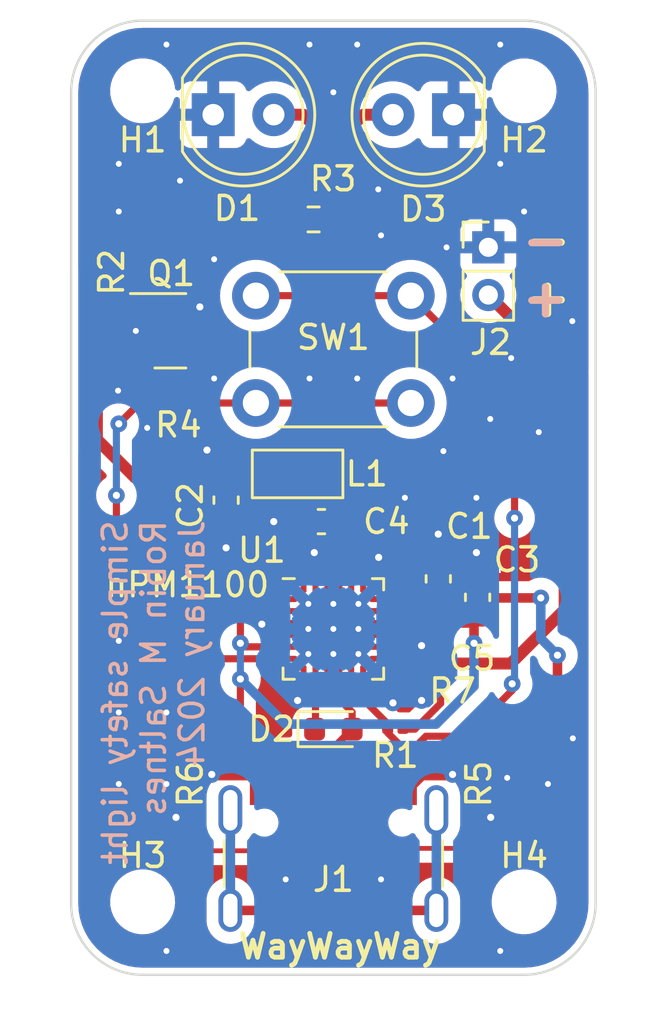
<source format=kicad_pcb>
(kicad_pcb (version 20221018) (generator pcbnew)
  (layers (0 "F.Cu" signal) (31 "B.Cu" power) (34 "B.Paste" user) (35 "F.Paste" user) (36 "B.SilkS" user "B.Silkscreen") (37 "F.SilkS" user "F.Silkscreen") (38 "B.Mask" user) (39 "F.Mask" user) (44 "Edge.Cuts" user))
  (net 0 "")
  (net 1 "GND")
  (net 2 "/VBUS")
  (net 3 "/VOUTB")
  (net 4 "/VSYS")
  (net 5 "/SGNL_DEC")
  (net 6 "/VBAT")
  (net 7 "/V_LED+")
  (net 8 "/V_CHG")
  (net 9 "/S_CC1")
  (net 13 "/S_CC2")
  (net 17 "unconnected-(J1-SHIELD-PadS1)")
  (net 18 "/SW")
  (net 19 "/S_QBASE")
  (net 20 "/SHPACT")
  (net 21 "/SHPHLD")
  (net 22 "/SGNL_NTC")
  (footprint "Resistor_SMD:R_0201_0603Metric" (layer "F.Cu") (at 163.8 114.7 90)
    (fp_text reference "R5" (at 1.7 0.3 90) (layer "F.SilkS"))
    (fp_text value "5k1, 0.05 W, ±1%")
    (pad "1" smd roundrect (at -0.32 0 90) (size 0.46 0.4) (layers "F.Cu" "F.Mask") (net 13 "/S_CC2"))
    (pad "2" smd roundrect (at 0.32 0 90) (size 0.46 0.4) (layers "F.Cu" "F.Mask") (net 1 "GND"))
  )
  (footprint "Package_DFN_QFN:QFN-24-1EP_4x4mm_P0.5mm_EP2.6x2.6mm_ThermalVias" (layer "F.Cu") (at 158 106.5)
    (fp_text reference "U1" (at -3 -3.3) (layer "F.SilkS"))
    (fp_text value "nPM1100-QDXX")
    (fp_line (start -2.11 2.11) (end -2.11 1.635) (stroke (width 0.12)) (layer "F.SilkS"))
    (fp_line (start -1.635 -2.11) (end -2.11 -2.11) (stroke (width 0.12)) (layer "F.SilkS"))
    (fp_line (start -1.635 2.11) (end -2.11 2.11) (stroke (width 0.12)) (layer "F.SilkS"))
    (fp_line (start 1.635 -2.11) (end 2.11 -2.11) (stroke (width 0.12)) (layer "F.SilkS"))
    (fp_line (start 1.635 2.11) (end 2.11 2.11) (stroke (width 0.12)) (layer "F.SilkS"))
    (fp_line (start 2.11 -2.11) (end 2.11 -1.635) (stroke (width 0.12)) (layer "F.SilkS"))
    (fp_line (start 2.11 2.11) (end 2.11 1.635) (stroke (width 0.12)) (layer "F.SilkS"))
    (pad "1" smd roundrect (at -1.9375 -1.25) (size 0.825 0.25) (layers "F.Cu" "F.Paste" "F.Mask") (net 3 "/VOUTB"))
    (pad "2" smd roundrect (at -1.9375 -0.75) (size 0.825 0.25) (layers "F.Cu" "F.Paste" "F.Mask") (net 4 "/VSYS"))
    (pad "3" smd roundrect (at -1.9375 -0.25) (size 0.825 0.25) (layers "F.Cu" "F.Paste" "F.Mask") (net 1 "GND"))
    (pad "4" smd roundrect (at -1.9375 0.25) (size 0.825 0.25) (layers "F.Cu" "F.Paste" "F.Mask"))
    (pad "5" smd roundrect (at -1.9375 0.75) (size 0.825 0.25) (layers "F.Cu" "F.Paste" "F.Mask") (net 4 "/VSYS"))
    (pad "6" smd roundrect (at -1.9375 1.25) (size 0.825 0.25) (layers "F.Cu" "F.Paste" "F.Mask") (net 20 "/SHPACT"))
    (pad "7" smd roundrect (at -1.25 1.9375) (size 0.25 0.825) (layers "F.Cu" "F.Paste" "F.Mask") (net 1 "GND"))
    (pad "8" smd roundrect (at -0.75 1.9375) (size 0.25 0.825) (layers "F.Cu" "F.Paste" "F.Mask") (net 8 "/V_CHG"))
    (pad "9" smd roundrect (at -0.25 1.9375) (size 0.25 0.825) (layers "F.Cu" "F.Paste" "F.Mask") (net 4 "/VSYS"))
    (pad "10" smd roundrect (at 0.25 1.9375) (size 0.25 0.825) (layers "F.Cu" "F.Paste" "F.Mask"))
    (pad "11" smd roundrect (at 0.75 1.9375) (size 0.25 0.825) (layers "F.Cu" "F.Paste" "F.Mask") (net 21 "/SHPHLD"))
    (pad "12" smd roundrect (at 1.25 1.9375) (size 0.25 0.825) (layers "F.Cu" "F.Paste" "F.Mask") (net 1 "GND"))
    (pad "13" smd roundrect (at 1.9375 1.25) (size 0.825 0.25) (layers "F.Cu" "F.Paste" "F.Mask"))
    (pad "14" smd roundrect (at 1.9375 0.75) (size 0.825 0.25) (layers "F.Cu" "F.Paste" "F.Mask") (net 22 "/SGNL_NTC"))
    (pad "15" smd roundrect (at 1.9375 0.25) (size 0.825 0.25) (layers "F.Cu" "F.Paste" "F.Mask") (net 6 "/VBAT"))
    (pad "16" smd roundrect (at 1.9375 -0.25) (size 0.825 0.25) (layers "F.Cu" "F.Paste" "F.Mask") (net 4 "/VSYS"))
    (pad "17" smd roundrect (at 1.9375 -0.75) (size 0.825 0.25) (layers "F.Cu" "F.Paste" "F.Mask") (net 2 "/VBUS"))
    (pad "18" smd roundrect (at 1.9375 -1.25) (size 0.825 0.25) (layers "F.Cu" "F.Paste" "F.Mask"))
    (pad "19" smd roundrect (at 1.25 -1.9375) (size 0.25 0.825) (layers "F.Cu" "F.Paste" "F.Mask") (net 1 "GND"))
    (pad "20" smd roundrect (at 0.75 -1.9375) (size 0.25 0.825) (layers "F.Cu" "F.Paste" "F.Mask"))
    (pad "21" smd roundrect (at 0.25 -1.9375) (size 0.25 0.825) (layers "F.Cu" "F.Paste" "F.Mask") (net 5 "/SGNL_DEC"))
    (pad "22" smd roundrect (at -0.25 -1.9375) (size 0.25 0.825) (layers "F.Cu" "F.Paste" "F.Mask") (net 18 "/SW"))
    (pad "23" smd roundrect (at -0.75 -1.9375) (size 0.25 0.825) (layers "F.Cu" "F.Paste" "F.Mask") (net 1 "GND"))
    (pad "24" smd roundrect (at -1.25 -1.9375) (size 0.25 0.825) (layers "F.Cu" "F.Paste" "F.Mask"))
    (pad "25" thru_hole circle (at -1.05 -1.05) (size 0.55 0.55) (drill 0.25) (layers "*.Cu") (net 1 "GND"))
    (pad "25" thru_hole circle (at -1.05 0) (size 0.55 0.55) (drill 0.25) (layers "*.Cu") (net 1 "GND"))
    (pad "25" thru_hole circle (at -1.05 1.05) (size 0.55 0.55) (drill 0.25) (layers "*.Cu") (net 1 "GND"))
    (pad "25" thru_hole circle (at 0 -1.05) (size 0.55 0.55) (drill 0.25) (layers "*.Cu") (net 1 "GND"))
    (pad "25" thru_hole circle (at 0 0) (size 0.55 0.55) (drill 0.25) (layers "*.Cu") (net 1 "GND"))
    (pad "25" smd rect (at 0 0) (size 2.6 2.6) (layers "F.Cu" "F.Mask") (net 1 "GND"))
    (pad "25" smd rect (at 0 0) (size 2.6 2.6) (layers "B.Cu") (net 1 "GND"))
    (pad "25" thru_hole circle (at 0 1.05) (size 0.55 0.55) (drill 0.25) (layers "*.Cu") (net 1 "GND"))
    (pad "25" thru_hole circle (at 1.05 -1.05) (size 0.55 0.55) (drill 0.25) (layers "*.Cu") (net 1 "GND"))
    (pad "25" thru_hole circle (at 1.05 0) (size 0.55 0.55) (drill 0.25) (layers "*.Cu") (net 1 "GND"))
    (pad "25" thru_hole circle (at 1.05 1.05) (size 0.55 0.55) (drill 0.25) (layers "*.Cu") (net 1 "GND"))
  )
  (footprint "LED_SMD:LED_0603_1608Metric" (layer "F.Cu") (at 158 110.7)
    (fp_text reference "D2" (at -2.597597 0.005558) (layer "F.SilkS"))
    (fp_text value "CHG LED")
    (fp_line (start -1.485 -0.735) (end -1.485 0.735) (stroke (width 0.12)) (layer "F.SilkS"))
    (fp_line (start -1.485 0.735) (end 0.8 0.735) (stroke (width 0.12)) (layer "F.SilkS"))
    (fp_line (start 0.8 -0.735) (end -1.485 -0.735) (stroke (width 0.12)) (layer "F.SilkS"))
    (pad "1" smd roundrect (at -0.7875 0) (size 0.875 0.95) (layers "F.Cu" "F.Paste" "F.Mask") (net 8 "/V_CHG"))
    (pad "2" smd roundrect (at 0.7875 0) (size 0.875 0.95) (layers "F.Cu" "F.Paste" "F.Mask") (net 4 "/VSYS"))
  )
  (footprint "Fiducial:Fiducial_0.75mm_Mask1.5mm" (layer "F.Cu") (at 148.6 114.3)
    (fp_text reference "FID2" hide)
    (fp_text value "Fiducial")
    (pad "" smd circle (at 0 0) (size 0.75 0.75) (layers "F.Cu" "F.Mask") (clearance 0.375))
  )
  (footprint "Capacitor_SMD:C_0603_1608Metric" (layer "F.Cu") (at 157.5 102 180)
    (fp_text reference "C4" (at -2.725 0) (layer "F.SilkS"))
    (fp_text value "10u, 6.3 V, ±20%")
    (fp_line (start -0.14058 -0.51) (end 0.14058 -0.51) (stroke (width 0.12)) (layer "F.SilkS"))
    (fp_line (start -0.14058 0.51) (end 0.14058 0.51) (stroke (width 0.12)) (layer "F.SilkS"))
    (pad "1" smd roundrect (at -0.775 0 180) (size 0.9 0.95) (layers "F.Cu" "F.Paste" "F.Mask") (net 5 "/SGNL_DEC"))
    (pad "2" smd roundrect (at 0.775 0 180) (size 0.9 0.95) (layers "F.Cu" "F.Paste" "F.Mask") (net 1 "GND"))
  )
  (footprint "LED_THT:LED_D5.0mm" (layer "F.Cu") (at 152.96 84.94)
    (fp_text reference "D1" (at 1 3.93) (layer "F.SilkS"))
    (fp_text value "POWER LED")
    (fp_line (start -1.29 -1.545) (end -1.29 1.545) (stroke (width 0.12)) (layer "F.SilkS"))
    (fp_arc (start -1.29 -1.54483) (mid 2.072002 -2.880433) (end 4.26 0.000462) (stroke (width 0.12)) (layer "F.SilkS"))
    (fp_arc (start 4.26 -0.000462) (mid 2.072002 2.880433) (end -1.29 1.54483) (stroke (width 0.12)) (layer "F.SilkS"))
    (fp_circle (center 1.27 0) (end 3.77 0) (stroke (width 0.12)) (fill none) (layer "F.SilkS"))
    (pad "1" thru_hole rect locked (at 0 0) (size 1.8 1.8) (drill 0.9) (layers "*.Cu" "*.Mask") (net 1 "GND"))
    (pad "2" thru_hole circle locked (at 2.54 0) (size 1.8 1.8) (drill 0.9) (layers "*.Cu" "*.Mask") (net 7 "/V_LED+"))
  )
  (footprint "MountingHole:MountingHole_2.2mm_M2" (layer "F.Cu") (at 166 83.94)
    (fp_text reference "H2" (at 0 2.06) (layer "F.SilkS"))
    (fp_text value "MountingHole")
    (pad "" np_thru_hole circle locked (at 0 0) (size 2.2 2.2) (drill 2.2) (layers "*.Cu" "*.Mask"))
  )
  (footprint "Button_Switch_THT:SW_PUSH_6mm" (layer "F.Cu") (at 154.75 92.528)
    (fp_text reference "SW1" (at 3.25 1.75) (layer "F.SilkS"))
    (fp_text value "SW_Push")
    (fp_line (start -0.25 1.5) (end -0.25 3) (stroke (width 0.12)) (layer "F.SilkS"))
    (fp_line (start 1 5.5) (end 5.5 5.5) (stroke (width 0.12)) (layer "F.SilkS"))
    (fp_line (start 5.5 -1) (end 1 -1) (stroke (width 0.12)) (layer "F.SilkS"))
    (fp_line (start 6.75 3) (end 6.75 1.5) (stroke (width 0.12)) (layer "F.SilkS"))
    (pad "1" thru_hole circle (at 0 0 90) (size 2 2) (drill 1.1) (layers "*.Cu" "*.Mask") (net 21 "/SHPHLD"))
    (pad "1" thru_hole circle (at 6.5 0 90) (size 2 2) (drill 1.1) (layers "*.Cu" "*.Mask") (net 21 "/SHPHLD"))
    (pad "2" thru_hole circle (at 0 4.5 90) (size 2 2) (drill 1.1) (layers "*.Cu" "*.Mask") (net 20 "/SHPACT"))
    (pad "2" thru_hole circle (at 6.5 4.5 90) (size 2 2) (drill 1.1) (layers "*.Cu" "*.Mask") (net 20 "/SHPACT"))
  )
  (footprint "Capacitor_SMD:C_0603_1608Metric" (layer "F.Cu") (at 162.4 104.4 90)
    (fp_text reference "C1" (at 2.2 1.3) (layer "F.SilkS"))
    (fp_text value "2u2, 25 V, ±20%")
    (fp_line (start -0.14058 -0.51) (end 0.14058 -0.51) (stroke (width 0.12)) (layer "F.SilkS"))
    (fp_line (start -0.14058 0.51) (end 0.14058 0.51) (stroke (width 0.12)) (layer "F.SilkS"))
    (pad "1" smd roundrect (at -0.775 0 90) (size 0.9 0.95) (layers "F.Cu" "F.Paste" "F.Mask") (net 2 "/VBUS"))
    (pad "2" smd roundrect (at 0.775 0 90) (size 0.9 0.95) (layers "F.Cu" "F.Paste" "F.Mask") (net 1 "GND"))
  )
  (footprint "MountingHole:MountingHole_2.2mm_M2" (layer "F.Cu") (at 150 117.94)
    (fp_text reference "H3" (at 0 -1.94) (layer "F.SilkS"))
    (fp_text value "MountingHole")
    (pad "" np_thru_hole circle locked (at 0 0) (size 2.2 2.2) (drill 2.2) (layers "*.Cu" "*.Mask"))
  )
  (footprint "Resistor_SMD:R_0603_1608Metric" (layer "F.Cu") (at 157.170572 89.330665)
    (fp_text reference "R3" (at 0.817428 -1.700665) (layer "F.SilkS"))
    (fp_text value "22, 0.1 W, ±1%")
    (fp_line (start -0.237258 -0.5225) (end 0.237258 -0.5225) (stroke (width 0.12)) (layer "F.SilkS"))
    (fp_line (start -0.237258 0.5225) (end 0.237258 0.5225) (stroke (width 0.12)) (layer "F.SilkS"))
    (pad "1" smd roundrect (at -0.825 0) (size 0.8 0.95) (layers "F.Cu" "F.Paste" "F.Mask") (net 3 "/VOUTB"))
    (pad "2" smd roundrect (at 0.825 0) (size 0.8 0.95) (layers "F.Cu" "F.Paste" "F.Mask") (net 7 "/V_LED+"))
  )
  (footprint "Connector_USB:USB_C_Receptacle_G-Switch_GT-USB-7010ASV" (layer "F.Cu") (at 158 117.225)
    (fp_text reference "J1" (at 0 -0.225) (layer "F.SilkS"))
    (fp_text value "USB_C_Receptacle_USB2.0")
    (fp_line (start -4.58 -1.85) (end -4.58 0.07) (stroke (width 0.12)) (layer "F.SilkS"))
    (fp_line (start 4.58 0.07) (end 4.58 -1.85) (stroke (width 0.12)) (layer "F.SilkS"))
    (pad "" np_thru_hole circle (at -2.89 -2.605) (size 0.65 0.65) (drill 0.65) (layers "*.Cu" "*.Mask"))
    (pad "" np_thru_hole circle (at 2.89 -2.605) (size 0.65 0.65) (drill 0.65) (layers "*.Cu" "*.Mask"))
    (pad "A1" smd rect (at -3.2 -3.845) (size 0.6 1) (layers "F.Cu" "F.Paste" "F.Mask") (net 1 "GND"))
    (pad "A4" smd rect (at -2.4 -3.845) (size 0.6 1) (layers "F.Cu" "F.Paste" "F.Mask") (net 2 "/VBUS"))
    (pad "A5" smd rect (at -1.25 -3.725) (size 0.3 1.24) (layers "F.Cu" "F.Paste" "F.Mask") (net 9 "/S_CC1"))
    (pad "A6" smd rect (at -0.25 -3.725) (size 0.3 1.24) (layers "F.Cu" "F.Paste" "F.Mask"))
    (pad "A7" smd rect (at 0.25 -3.725) (size 0.3 1.24) (layers "F.Cu" "F.Paste" "F.Mask"))
    (pad "A8" smd rect (at 1.25 -3.725) (size 0.3 1.24) (layers "F.Cu" "F.Paste" "F.Mask"))
    (pad "A9" smd rect (at 2.4 -3.845) (size 0.6 1) (layers "F.Cu" "F.Paste" "F.Mask") (net 2 "/VBUS"))
    (pad "A12" smd rect (at 3.2 -3.845) (size 0.6 1) (layers "F.Cu" "F.Paste" "F.Mask") (net 1 "GND"))
    (pad "B1" smd rect (at 3.2 -3.845) (size 0.6 1) (layers "F.Cu" "F.Paste" "F.Mask") (net 1 "GND"))
    (pad "B4" smd rect (at 2.4 -3.845) (size 0.6 1) (layers "F.Cu" "F.Paste" "F.Mask") (net 2 "/VBUS"))
    (pad "B5" smd rect (at 1.75 -3.725) (size 0.3 1.24) (layers "F.Cu" "F.Paste" "F.Mask") (net 13 "/S_CC2"))
    (pad "B6" smd rect (at 0.75 -3.725) (size 0.3 1.24) (layers "F.Cu" "F.Paste" "F.Mask"))
    (pad "B7" smd rect (at -0.75 -3.725) (size 0.3 1.24) (layers "F.Cu" "F.Paste" "F.Mask"))
    (pad "B8" smd rect (at -1.75 -3.725) (size 0.3 1.24) (layers "F.Cu" "F.Paste" "F.Mask"))
    (pad "B9" smd rect (at -2.4 -3.845) (size 0.6 1) (layers "F.Cu" "F.Paste" "F.Mask") (net 2 "/VBUS"))
    (pad "B12" smd rect (at -3.2 -3.845) (size 0.6 1) (layers "F.Cu" "F.Paste" "F.Mask") (net 1 "GND"))
    (pad "S1" thru_hole oval (at -4.32 -3.125) (size 1 2.1) (drill oval 0.6 1.7) (layers "*.Cu" "*.Mask") (net 17 "unconnected-(J1-SHIELD-PadS1)"))
    (pad "S1" thru_hole oval (at -4.32 1.075) (size 1 1.8) (drill oval 0.6 1.4) (layers "*.Cu" "*.Mask") (net 17 "unconnected-(J1-SHIELD-PadS1)"))
    (pad "S1" thru_hole oval (at 4.32 -3.125) (size 1 2.1) (drill oval 0.6 1.7) (layers "*.Cu" "*.Mask") (net 17 "unconnected-(J1-SHIELD-PadS1)"))
    (pad "S1" thru_hole oval (at 4.32 1.075) (size 1 1.8) (drill oval 0.6 1.4) (layers "*.Cu" "*.Mask") (net 17 "unconnected-(J1-SHIELD-PadS1)"))
  )
  (footprint "Resistor_SMD:R_0201_0603Metric" (layer "F.Cu") (at 160.6 110.7 180)
    (fp_text reference "R1" (at 0 -1.1) (layer "F.SilkS"))
    (fp_text value "100k, 0.05 W, ±1%")
    (pad "1" smd roundrect (at -0.32 0 180) (size 0.46 0.4) (layers "F.Cu" "F.Mask") (net 6 "/VBAT"))
    (pad "2" smd roundrect (at 0.32 0 180) (size 0.46 0.4) (layers "F.Cu" "F.Mask") (net 21 "/SHPHLD"))
  )
  (footprint "Fiducial:Fiducial_0.75mm_Mask1.5mm" (layer "F.Cu") (at 167.3 88.1)
    (fp_text reference "FID3" hide)
    (fp_text value "Fiducial")
    (pad "" smd circle (at 0 0) (size 0.75 0.75) (layers "F.Cu" "F.Mask") (clearance 0.375))
  )
  (footprint "Resistor_SMD:R_0201_0603Metric" (layer "F.Cu") (at 161.4 108.7 180)
    (fp_text reference "R7" (at -1.6 -0.4) (layer "F.SilkS"))
    (fp_text value "10k, 0.05 W, ±1%")
    (pad "1" smd roundrect (at -0.32 0 180) (size 0.46 0.4) (layers "F.Cu" "F.Mask") (net 1 "GND"))
    (pad "2" smd roundrect (at 0.32 0 180) (size 0.46 0.4) (layers "F.Cu" "F.Mask") (net 22 "/SGNL_NTC"))
  )
  (footprint "MountingHole:MountingHole_2.2mm_M2" (layer "F.Cu") (at 166 117.94)
    (fp_text reference "H4" (at 0 -1.94) (layer "F.SilkS"))
    (fp_text value "MountingHole")
    (pad "" np_thru_hole circle locked (at 0 0) (size 2.2 2.2) (drill 2.2) (layers "*.Cu" "*.Mask"))
  )
  (footprint "Capacitor_SMD:C_0603_1608Metric" (layer "F.Cu") (at 153.5 101.1 -90)
    (fp_text reference "C2" (at 0.225 1.5 90) (layer "F.SilkS"))
    (fp_text value "10u, 6.3 V, ±20%")
    (fp_line (start -0.14058 -0.51) (end 0.14058 -0.51) (stroke (width 0.12)) (layer "F.SilkS"))
    (fp_line (start -0.14058 0.51) (end 0.14058 0.51) (stroke (width 0.12)) (layer "F.SilkS"))
    (pad "1" smd roundrect (at -0.775 0 270) (size 0.9 0.95) (layers "F.Cu" "F.Paste" "F.Mask") (net 3 "/VOUTB"))
    (pad "2" smd roundrect (at 0.775 0 270) (size 0.9 0.95) (layers "F.Cu" "F.Paste" "F.Mask") (net 1 "GND"))
  )
  (footprint "LED_THT:LED_D5.0mm" (layer "F.Cu") (at 163.04 84.94 180)
    (fp_text reference "D3" (at 1.27 -3.96) (layer "F.SilkS"))
    (fp_text value "POWER LED")
    (fp_line (start -1.29 -1.545) (end -1.29 1.545) (stroke (width 0.12)) (layer "F.SilkS"))
    (fp_arc (start -1.29 -1.54483) (mid 2.072002 -2.880433) (end 4.26 0.000462) (stroke (width 0.12)) (layer "F.SilkS"))
    (fp_arc (start 4.26 -0.000462) (mid 2.072002 2.880433) (end -1.29 1.54483) (stroke (width 0.12)) (layer "F.SilkS"))
    (fp_circle (center 1.27 0) (end 3.77 0) (stroke (width 0.12)) (fill none) (layer "F.SilkS"))
    (pad "1" thru_hole rect locked (at 0 0 180) (size 1.8 1.8) (drill 0.9) (layers "*.Cu" "*.Mask") (net 1 "GND"))
    (pad "2" thru_hole circle locked (at 2.54 0 180) (size 1.8 1.8) (drill 0.9) (layers "*.Cu" "*.Mask") (net 7 "/V_LED+"))
  )
  (footprint "Connector_PinHeader_2.00mm:PinHeader_1x02_P2.00mm_Vertical" (layer "F.Cu") (at 164.5 90.5)
    (fp_text reference "J2" (at 0.092 3.988 180) (layer "F.SilkS"))
    (fp_text value "Battery_connector")
    (fp_line (start -1.06 -1.06) (end 0 -1.06) (stroke (width 0.12)) (layer "F.SilkS"))
    (fp_line (start -1.06 0) (end -1.06 -1.06) (stroke (width 0.12)) (layer "F.SilkS"))
    (fp_line (start -1.06 1) (end -1.06 3.06) (stroke (width 0.12)) (layer "F.SilkS"))
    (fp_line (start -1.06 1) (end 1.06 1) (stroke (width 0.12)) (layer "F.SilkS"))
    (fp_line (start -1.06 3.06) (end 1.06 3.06) (stroke (width 0.12)) (layer "F.SilkS"))
    (fp_line (start 1.06 1) (end 1.06 3.06) (stroke (width 0.12)) (layer "F.SilkS"))
    (pad "1" thru_hole rect (at 0 0) (size 1.35 1.35) (drill 0.8) (layers "*.Cu" "*.Mask") (net 1 "GND"))
    (pad "2" thru_hole oval (at 0 2) (size 1.35 1.35) (drill 0.8) (layers "*.Cu" "*.Mask") (net 6 "/VBAT"))
  )
  (footprint "Package_TO_SOT_SMD:SOT-23" (layer "F.Cu") (at 151.1625 94)
    (fp_text reference "Q1" (at 0.0375 -2.4) (layer "F.SilkS"))
    (fp_text value "BC807")
    (fp_line (start 0 -1.56) (end -1.675 -1.56) (stroke (width 0.12)) (layer "F.SilkS"))
    (fp_line (start 0 -1.56) (end 0.65 -1.56) (stroke (width 0.12)) (layer "F.SilkS"))
    (fp_line (start 0 1.56) (end -0.65 1.56) (stroke (width 0.12)) (layer "F.SilkS"))
    (fp_line (start 0 1.56) (end 0.65 1.56) (stroke (width 0.12)) (layer "F.SilkS"))
    (pad "1" smd roundrect (at -0.9375 -0.95) (size 1.475 0.6) (layers "F.Cu" "F.Paste" "F.Mask") (net 19 "/S_QBASE"))
    (pad "2" smd roundrect (at -0.9375 0.95) (size 1.475 0.6) (layers "F.Cu" "F.Paste" "F.Mask") (net 20 "/SHPACT"))
    (pad "3" smd roundrect (at 0.9375 0) (size 1.475 0.6) (layers "F.Cu" "F.Paste" "F.Mask") (net 1 "GND"))
  )
  (footprint "Fiducial:Fiducial_0.75mm_Mask1.5mm" (layer "F.Cu") (at 167.4 114.3)
    (fp_text reference "FID1" hide)
    (fp_text value "Fiducial")
    (pad "" smd circle (at 0 0) (size 0.75 0.75) (layers "F.Cu" "F.Mask") (clearance 0.375))
  )
  (footprint "Resistor_SMD:R_0201_0603Metric" (layer "F.Cu") (at 152.2 114.7 90)
    (fp_text reference "R6" (at 1.7 -0.2 90) (layer "F.SilkS"))
    (fp_text value "5k1, 0.05 W, ±1%")
    (pad "1" smd roundrect (at -0.32 0 90) (size 0.46 0.4) (layers "F.Cu" "F.Mask") (net 9 "/S_CC1"))
    (pad "2" smd roundrect (at 0.32 0 90) (size 0.46 0.4) (layers "F.Cu" "F.Mask") (net 1 "GND"))
  )
  (footprint "Resistor_SMD:R_0201_0603Metric" (layer "F.Cu") (at 151.5 99)
    (fp_text reference "R4" (at 0 -1.05) (layer "F.SilkS"))
    (fp_text value "10k1, 0.05 W, ±1%")
    (pad "1" smd roundrect (at -0.32 0) (size 0.46 0.4) (layers "F.Cu" "F.Mask") (net 3 "/VOUTB"))
    (pad "2" smd roundrect (at 0.32 0) (size 0.46 0.4) (layers "F.Cu" "F.Mask") (net 1 "GND"))
  )
  (footprint "PCM_Inductor_SMD_AKL:L_0805_2012Metric" (layer "F.Cu") (at 156.5 100 180)
    (fp_text reference "L1" (at -2.9 0) (layer "F.SilkS"))
    (fp_text value "2u2" hide)
    (fp_line (start -1.9 -1) (end -1.9 1) (stroke (width 0.12)) (layer "F.SilkS"))
    (fp_line (start -1.9 1) (end 1.9 1) (stroke (width 0.12)) (layer "F.SilkS"))
    (fp_line (start 1.9 -1) (end -1.9 -1) (stroke (width 0.12)) (layer "F.SilkS"))
    (fp_line (start 1.9 1) (end 1.9 -1) (stroke (width 0.12)) (layer "F.SilkS"))
    (pad "1" smd roundrect (at -1.0625 0 180) (size 0.875 1.2) (layers "F.Cu" "F.Paste" "F.Mask") (net 18 "/SW"))
    (pad "2" smd roundrect (at 1.0625 0 180) (size 0.875 1.2) (layers "F.Cu" "F.Paste" "F.Mask") (net 3 "/VOUTB"))
  )
  (footprint "MountingHole:MountingHole_2.2mm_M2" (layer "F.Cu") (at 150 83.94)
    (fp_text reference "H1" (at 0 2.06) (layer "F.SilkS"))
    (fp_text value "MountingHole")
    (pad "" np_thru_hole circle locked (at 0 0) (size 2.2 2.2) (drill 2.2) (layers "*.Cu" "*.Mask"))
  )
  (footprint "Resistor_SMD:R_0201_0603Metric" (layer "F.Cu") (at 148.8 93.345 90)
    (fp_text reference "R2" (at 1.8 -0.1 90) (layer "F.SilkS"))
    (fp_text value "1k, 0.05 W, ±1%")
    (pad "1" smd roundrect (at -0.32 0 90) (size 0.46 0.4) (layers "F.Cu" "F.Mask") (net 3 "/VOUTB"))
    (pad "2" smd roundrect (at 0.32 0 90) (size 0.46 0.4) (layers "F.Cu" "F.Mask") (net 19 "/S_QBASE"))
  )
  (footprint "Capacitor_SMD:C_0201_0603Metric" (layer "F.Cu") (at 162.5 107.5 90)
    (fp_text reference "C5" (at -0.237762 1.316869 180) (layer "F.SilkS"))
    (fp_text value "1u, 10 V, ±20%")
    (pad "1" smd roundrect (at -0.32 0 90) (size 0.46 0.4) (layers "F.Cu" "F.Mask") (net 6 "/VBAT"))
    (pad "2" smd roundrect (at 0.32 0 90) (size 0.46 0.4) (layers "F.Cu" "F.Mask") (net 1 "GND"))
  )
  (footprint "Capacitor_SMD:C_0603_1608Metric" (layer "F.Cu") (at 164.04971 105.175 90)
    (fp_text reference "C3" (at 1.575 1.65029 180) (layer "F.SilkS"))
    (fp_text value "10u, 6.3 V, ±20%")
    (fp_line (start -0.14058 -0.51) (end 0.14058 -0.51) (stroke (width 0.12)) (layer "F.SilkS"))
    (fp_line (start -0.14058 0.51) (end 0.14058 0.51) (stroke (width 0.12)) (layer "F.SilkS"))
    (pad "1" smd roundrect (at -0.775 0 90) (size 0.9 0.95) (layers "F.Cu" "F.Paste" "F.Mask") (net 4 "/VSYS"))
    (pad "2" smd roundrect (at 0.775 0 90) (size 0.9 0.95) (layers "F.Cu" "F.Paste" "F.Mask") (net 1 "GND"))
  )
  (gr_line locked (start 169 118) (end 169 84) (stroke (width 0.1)) (layer "Edge.Cuts"))
  (gr_arc locked (start 166 81) (mid 168.12132 81.87868) (end 169 84) (stroke (width 0.1)) (layer "Edge.Cuts"))
  (gr_line locked (start 166 81) (end 150 81) (stroke (width 0.1)) (layer "Edge.Cuts"))
  (gr_arc locked (start 150 121) (mid 147.87868 120.12132) (end 147 118) (stroke (width 0.1)) (layer "Edge.Cuts"))
  (gr_arc locked (start 169 118) (mid 168.12132 120.12132) (end 166 121) (stroke (width 0.1)) (layer "Edge.Cuts"))
  (gr_line locked (start 147 84) (end 147 118) (stroke (width 0.1)) (layer "Edge.Cuts"))
  (gr_line locked (start 150 121) (end 166 121) (stroke (width 0.1)) (layer "Edge.Cuts"))
  (gr_arc locked (start 147 84) (mid 147.87868 81.87868) (end 150 81) (stroke (width 0.1)) (layer "Edge.Cuts"))
  (gr_text "Simple safety light\nRobin M Saltnes\nJanuary 2024" (at 152.654 101.854 90) (layer "B.SilkS") (effects (font (size 1 1)) (justify left bottom mirror)))
  (gr_text "-\n+" (at 168.019867 93.493332) (layer "B.SilkS") (effects (font (size 1.5 1.5) (thickness 0.3) bold) (justify left bottom mirror)))
  (gr_text "-\n+" (at 165.862 93.472) (layer "F.SilkS") (effects (font (size 1.5 1.5) (thickness 0.3) bold) (justify left bottom)))
  (gr_text "WayWayWay" (at 153.924 120.396) (layer "F.SilkS") (effects (font (size 1 1) (thickness 0.2) bold) (justify left bottom)))
  (gr_text "nPM1100" (at 148.348532 105.234517) (layer "F.SilkS") (effects (font (size 1 1)) (justify left bottom)))
  (segment (start 164.58 114.38) (end 164.6 114.4) (width 0.3) (layer "F.Cu") (net 1))
  (segment (start 164 103.3) (end 164 104.35029) (width 0.5) (layer "F.Cu") (net 1))
  (segment (start 161.72 107.18) (end 161.7 107.2) (width 0.4) (layer "F.Cu") (net 1))
  (segment (start 152.18 114.4) (end 152.2 114.38) (width 0.3) (layer "F.Cu") (net 1))
  (segment (start 161.2 113.1) (end 161.2 113.5) (width 0.5) (layer "F.Cu") (net 1))
  (segment (start 162.4 103.625) (end 162.4 102.525) (width 0.5) (layer "F.Cu") (net 1))
  (segment (start 157.25 103.55) (end 157.2 103.3) (width 0.2) (layer "F.Cu") (net 1))
  (segment (start 152.4 93.7) (end 152.1 94) (width 0.4) (layer "F.Cu") (net 1))
  (segment (start 161.72 109.48) (end 161.7 109.5) (width 0.4) (layer "F.Cu") (net 1))
  (segment (start 155.05 106.25) (end 155 106.3) (width 0.3) (layer "F.Cu") (net 1))
  (segment (start 161.72 108.7) (end 161.72 109.48) (width 0.4) (layer "F.Cu") (net 1))
  (segment (start 152.9 112.6) (end 154.5 112.6) (width 0.5) (layer "F.Cu") (net 1))
  (segment (start 160.4125 109.6) (end 159.25 108.4375) (width 0.3) (layer "F.Cu") (net 1))
  (segment (start 164 104.35029) (end 164.04971 104.4) (width 0.5) (layer "F.Cu") (net 1))
  (segment (start 156.0625 106.25) (end 155.05 106.25) (width 0.3) (layer "F.Cu") (net 1))
  (segment (start 163.8 114.38) (end 164.58 114.38) (width 0.3) (layer "F.Cu") (net 1))
  (segment (start 152.7 99) (end 151.82 99) (width 0.4) (layer "F.Cu") (net 1))
  (segment (start 160.5 109.6) (end 160.4125 109.6) (width 0.3) (layer "F.Cu") (net 1))
  (segment (start 159.25 104.15) (end 159.9 103.5) (width 0.3) (layer "F.Cu") (net 1))
  (segment (start 156.75 108.85) (end 156.5 109.1) (width 0.3) (layer "F.Cu") (net 1))
  (segment (start 154.5 112.6) (end 154.8 112.9) (width 0.5) (layer "F.Cu") (net 1))
  (segment (start 159.25 104.5625) (end 159.25 104.15) (width 0.3) (layer "F.Cu") (net 1))
  (segment (start 152.4 93) (end 152.4 93.7) (width 0.4) (layer "F.Cu") (net 1))
  (segment (start 156.75 108.4375) (end 156.75 108.85) (width 0.3) (layer "F.Cu") (net 1))
  (segment (start 156.5 109.1) (end 156.5 109.5) (width 0.3) (layer "F.Cu") (net 1))
  (segment (start 151.4 114.4) (end 152.18 114.4) (width 0.3) (layer "F.Cu") (net 1))
  (segment (start 161.7 112.6) (end 161.2 113.1) (width 0.5) (layer "F.Cu") (net 1))
  (segment (start 157.2 103.3) (end 157.2 103.5) (width 0.2) (layer "F.Cu") (net 1))
  (segment (start 148.969083 96.510677) (end 148.969083 94.751407) (width 0.5) (layer "F.Cu") (net 1))
  (segment (start 148.969083 94.751407) (end 149.714861 94.005629) (width 0.4) (layer "F.Cu") (net 1))
  (segment (start 157.25 104.5625) (end 157.25 103.55) (width 0.2) (layer "F.Cu") (net 1))
  (segment (start 154.8 112.9) (end 154.8 113.5) (width 0.5) (layer "F.Cu") (net 1))
  (segment (start 162.5 107.18) (end 161.72 107.18) (width 0.4) (layer "F.Cu") (net 1))
  (segment (start 163 112.6) (end 161.7 112.6) (width 0.5) (layer "F.Cu") (net 1))
  (via (at 162.74752 90.501299) (size 0.65) (drill 0.25) (layers "F.Cu" "B.Cu") (net 1))
  (via (at 159 96) (size 0.65) (drill 0.25) (layers "F.Cu" "B.Cu") (net 1))
  (via (at 157 96) (size 0.65) (drill 0.25) (layers "F.Cu" "B.Cu") (net 1))
  (via (at 168.044166 111.08723) (size 0.65) (drill 0.25) (layers "F.Cu" "B.Cu") (net 1))
  (via (at 159 82) (size 0.65) (drill 0.25) (layers "F.Cu" "B.Cu") (net 1))
  (via (at 162.615021 99.044166) (size 0.65) (drill 0.25) (layers "F.Cu" "B.Cu") (net 1))
  (via (at 164.6 114.4) (size 0.7) (drill 0.3) (layers "F.Cu" "B.Cu") (net 1))
  (via (at 155 106.3) (size 0.7) (drill 0.3) (layers "F.Cu" "B.Cu") (net 1))
  (via (at 156 117) (size 0.65) (drill 0.25) (layers "F.Cu" "B.Cu") (net 1))
  (via (at 164.58042 97.697095) (size 0.65) (drill 0.25) (layers "F.Cu" "B.Cu") (net 1))
  (via (at 153 91) (size 0.65) (drill 0.25) (layers "F.Cu" "B.Cu") (net 1))
  (via (at 153.5 103.1) (size 0.7) (drill 0.3) (layers "F.Cu" "B.Cu") (net 1))
  (via (at 164 103.3) (size 0.7) (drill 0.3) (layers "F.Cu" "B.Cu") (net 1))
  (via (at 161.7 109.5) (size 0.7) (drill 0.3) (layers "F.Cu" "B.Cu") (net 1))
  (via (at 161 101) (size 0.65) (drill 0.25) (layers "F.Cu" "B.Cu") (net 1))
  (via (at 165 87) (size 0.65) (drill 0.25) (layers "F.Cu" "B.Cu") (net 1))
  (via (at 149 110) (size 0.65) (drill 0.25) (layers "F.Cu" "B.Cu") (net 1))
  (via (at 157 82) (size 0.65) (drill 0.25) (layers "F.Cu" "B.Cu") (net 1))
  (via (at 163 96) (size 0.65) (drill 0.25) (layers "F.Cu" "B.Cu") (net 1))
  (via (at 165 120) (size 0.65) (drill 0.25) (layers "F.Cu" "B.Cu") (net 1))
  (via (at 156.5 109.5) (size 0.7) (drill 0.3) (layers "F.Cu" "B.Cu") (net 1))
  (via (at 165.290422 112.741846) (size 0.65) (drill 0.25) (layers "F.Cu" "B.Cu") (net 1))
  (via (at 151 113) (size 0.65) (drill 0.25) (layers "F.Cu" "B.Cu") (net 1))
  (via (at 165.459087 95.143914) (size 0.65) (drill 0.25) (layers "F.Cu" "B.Cu") (net 1))
  (via (at 152.7 99) (size 0.7) (drill 0.3) (layers "F.Cu" "B.Cu") (net 1))
  (via (at 151 120) (size 0.65) (drill 0.25) (layers "F.Cu" "B.Cu") (net 1))
  (via (at 151 82) (size 0.65) (drill 0.25) (layers "F.Cu" "B.Cu") (net 1))
  (via (at 168.022083 93.59589) (size 0.65) (drill 0.25) (layers "F.Cu" "B.Cu") (net 1))
  (via (at 150.191225 98.070115) (size 0.65) (drill 0.25) (layers "F.Cu" "B.Cu") (net 1))
  (via (at 149 87) (size 0.65) (drill 0.25) (layers "F.Cu" "B.Cu") (net 1))
  (via (at 152.9 112.6) (size 0.7) (drill 0.3) (layers "F.Cu" "B.Cu") (net 1))
  (via (at 157.2 103.3) (size 0.7) (drill 0.3) (layers "F.Cu" "B.Cu") (net 1))
  (via (at 158 84) (size 0.65) (drill 0.25) (layers "F.Cu" "B.Cu") (net 1))
  (via (at 166.615021 98.249173) (size 0.65) (drill 0.25) (layers "F.Cu" "B.Cu") (net 1))
  (via (at 149 113) (size 0.65) (drill 0.25) (layers "F.Cu" "B.Cu") (net 1))
  (via (at 152.4 93) (size 0.7) (drill 0.3) (layers "F.Cu" "B.Cu") (net 1))
  (via (at 163 112.6) (size 0.7) (drill 0.3) (layers "F.Cu" "B.Cu") (net 1))
  (via (at 151 110) (size 0.65) (drill 0.25) (layers "F.Cu" "B.Cu") (net 1))
  (via (at 164 101) (size 0.65) (drill 0.25) (layers "F.Cu" "B.Cu") (net 1))
  (via (at 149.714861 94.005629) (size 0.65) (drill 0.25) (layers "F.Cu" "B.Cu") (net 1))
  (via (at 160.5 109.6) (size 0.7) (drill 0.3) (layers "F.Cu" "B.Cu") (net 1))
  (via (at 151.569378 87.706306) (size 0.65) (drill 0.25) (layers "F.Cu" "B.Cu") (net 1))
  (via (at 159.883679 88.070678) (size 0.65) (drill 0.25) (layers "F.Cu" "B.Cu") (net 1))
  (via (at 159.9 103.5) (size 0.7) (drill 0.3) (layers "F.Cu" "B.Cu") (net 1))
  (via (at 165 82) (size 0.65) (drill 0.25) (layers "F.Cu" "B.Cu") (net 1))
  (via (at 160 117) (size 0.65) (drill 0.25) (layers "F.Cu" "B.Cu") (net 1))
  (via (at 149 89) (size 0.65) (drill 0.25) (layers "F.Cu" "B.Cu") (net 1))
  (via (at 161.7 107.2) (size 0.7) (drill 0.3) (layers "F.Cu" "B.Cu") (net 1))
  (via (at 166 89) (size 0.65) (drill 0.25) (layers "F.Cu" "B.Cu") (net 1))
  (via (at 153 96) (size 0.65) (drill 0.25) (layers "F.Cu" "B.Cu") (net 1))
  (via (at 149 107) (size 0.65) (drill 0.25) (layers "F.Cu" "B.Cu") (net 1))
  (via (at 167 113) (size 0.65) (drill 0.25) (layers "F.Cu" "B.Cu") (net 1))
  (via (at 160 90) (size 0.65) (drill 0.25) (layers "F.Cu" "B.Cu") (net 1))
  (via (at 155.5 102) (size 0.7) (drill 0.3) (layers "F.Cu" "B.Cu") (net 1))
  (via (at 162.4 102.525) (size 0.7) (drill 0.3) (layers "F.Cu" "B.Cu") (net 1))
  (via (at 148.969083 96.510677) (size 0.65) (drill 0.25) (layers "F.Cu" "B.Cu") (net 1))
  (via (at 151.4 114.4) (size 0.7) (drill 0.3) (layers "F.Cu" "B.Cu") (net 1))
  (segment (start 156.95 105.45) (end 155.956 104.456) (width 0.5) (layer "B.Cu") (net 1))
  (segment (start 155.956 104.394) (end 155.956 104.456) (width 0.5) (layer "B.Cu") (net 1))
  (segment (start 159.852 104.648) (end 160.02 104.648) (width 0.5) (layer "B.Cu") (net 1))
  (segment (start 156.95 107.55) (end 156.042 108.458) (width 0.5) (layer "B.Cu") (net 1))
  (segment (start 155.956 108.458) (end 156.042 108.458) (width 0.5) (layer "B.Cu") (net 1))
  (segment (start 160.02 108.458) (end 159.958 108.458) (width 0.5) (layer "B.Cu") (net 1))
  (segment (start 159.05 105.45) (end 159.852 104.648) (width 0.5) (layer "B.Cu") (net 1))
  (segment (start 159.05 107.55) (end 159.958 108.458) (width 0.5) (layer "B.Cu") (net 1))
  (segment (start 167.4 109.7) (end 165.5 111.6) (width 0.4) (layer "F.Cu") (net 2))
  (segment (start 160.45 105.75) (end 160.8 105.4) (width 0.3) (layer "F.Cu") (net 2))
  (segment (start 164.592 105.185232) (end 164.606768 105.2) (width 0.4) (layer "F.Cu") (net 2))
  (segment (start 162.410232 105.185232) (end 162.4 105.175) (width 0.4) (layer "F.Cu") (net 2))
  (segment (start 155.87 112.53) (end 155.6 112.8) (width 0.4) (layer "F.Cu") (net 2))
  (segment (start 161.14 112) (end 160.4 112.74) (width 0.4) (layer "F.Cu") (net 2))
  (segment (start 160.05 112.53) (end 155.87 112.53) (width 0.4) (layer "F.Cu") (net 2))
  (segment (start 167.4 107.6) (end 167.4 109.7) (width 0.4) (layer "F.Cu") (net 2))
  (segment (start 160.4 112.74) (end 160.4 112.88) (width 0.4) (layer "F.Cu") (net 2))
  (segment (start 160.4 113.5) (end 160.4 112.88) (width 0.4) (layer "F.Cu") (net 2))
  (segment (start 161.587867 112) (end 161.14 112) (width 0.4) (layer "F.Cu") (net 2))
  (segment (start 161.987867 111.6) (end 161.587867 112) (width 0.4) (layer "F.Cu") (net 2))
  (segment (start 162.4 105.175) (end 161.025 105.175) (width 0.4) (layer "F.Cu") (net 2))
  (segment (start 159.9375 105.75) (end 160.45 105.75) (width 0.3) (layer "F.Cu") (net 2))
  (segment (start 164.606768 105.2) (end 166.7 105.2) (width 0.4) (layer "F.Cu") (net 2))
  (segment (start 161.025 105.175) (end 160.8 105.4) (width 0.4) (layer "F.Cu") (net 2))
  (segment (start 160.4 112.88) (end 160.05 112.53) (width 0.4) (layer "F.Cu") (net 2))
  (segment (start 165.5 111.6) (end 161.987867 111.6) (width 0.4) (layer "F.Cu") (net 2))
  (segment (start 164.592 105.185232) (end 163.322 105.185232) (width 0.3) (layer "F.Cu") (net 2))
  (segment (start 163.322 105.185232) (end 162.410232 105.185232) (width 0.4) (layer "F.Cu") (net 2))
  (segment (start 155.6 112.8) (end 155.6 113.5) (width 0.4) (layer "F.Cu") (net 2))
  (via (at 166.7 105.2) (size 0.7) (drill 0.3) (layers "F.Cu" "B.Cu") (net 2))
  (via (at 167.4 107.6) (size 0.7) (drill 0.3) (layers "F.Cu" "B.Cu") (net 2))
  (segment (start 166.7 106.9) (end 166.7 105.2) (width 0.4) (layer "B.Cu") (net 2))
  (segment (start 167.4 107.6) (end 166.7 106.9) (width 0.4) (layer "B.Cu") (net 2))
  (segment (start 149.68 100.15) (end 148.082 98.552) (width 0.5) (layer "F.Cu") (net 3))
  (segment (start 148.082 91.948) (end 148.082 93.518) (width 0.5) (layer "F.Cu") (net 3))
  (segment (start 155.1125 100.325) (end 155.4375 100) (width 0.5) (layer "F.Cu") (net 3))
  (segment (start 148.8 93.665) (end 148.065 93.665) (width 0.3) (layer "F.Cu") (net 3))
  (segment (start 156.0625 105.25) (end 154.25 105.25) (width 0.3) (layer "F.Cu") (net 3))
  (segment (start 151.18 99.97) (end 151 100.15) (width 0.3) (layer "F.Cu") (net 3))
  (segment (start 148.065 93.665) (end 148 93.6) (width 0.3) (layer "F.Cu") (net 3))
  (segment (start 156.345572 89.330665) (end 150.699335 89.330665) (width 0.5) (layer "F.Cu") (net 3))
  (segment (start 151.18 99) (end 151.18 99.97) (width 0.3) (layer "F.Cu") (net 3))
  (segment (start 154.25 105.25) (end 154 105) (width 0.3) (layer "F.Cu") (net 3))
  (segment (start 153.5 100.325) (end 155.1125 100.325) (width 0.5) (layer "F.Cu") (net 3))
  (segment (start 153.325 100.15) (end 151 100.15) (width 0.5) (layer "F.Cu") (net 3))
  (segment (start 150.699335 89.330665) (end 148.082 91.948) (width 0.5) (layer "F.Cu") (net 3))
  (segment (start 153.5 100.325) (end 153.325 100.15) (width 0.5) (layer "F.Cu") (net 3))
  (segment (start 151 100.15) (end 149.68 100.15) (width 0.5) (layer "F.Cu") (net 3))
  (segment (start 148.082 98.552) (end 148.082 91.948) (width 0.5) (layer "F.Cu") (net 3))
  (segment (start 158.7875 109.9875) (end 158.7875 111) (width 0.3) (layer "F.Cu") (net 4))
  (segment (start 163.9 107.1) (end 163.9 106.087648) (width 0.4) (layer "F.Cu") (net 4))
  (segment (start 154.1 108.6) (end 154.1 111.1) (width 0.3) (layer "F.Cu") (net 4))
  (segment (start 154.2495 107.25) (end 154.1 107.1005) (width 0.3) (layer "F.Cu") (net 4))
  (segment (start 163.74971 106.25) (end 161 106.25) (width 0.4) (layer "F.Cu") (net 4))
  (segment (start 159.9375 106.25) (end 161 106.25) (width 0.3) (layer "F.Cu") (net 4))
  (segment (start 163.74971 106.25) (end 164.04971 105.95) (width 0.3) (layer "F.Cu") (net 4))
  (segment (start 154.5 105.7) (end 154.1 106.1) (width 0.3) (layer "F.Cu") (net 4))
  (segment (start 163.9 106.087648) (end 164.04971 105.937938) (width 0.4) (layer "F.Cu") (net 4))
  (segment (start 154.1 106.1) (end 154.1 107.1005) (width 0.3) (layer "F.Cu") (net 4))
  (segment (start 157.75 108.4375) (end 157.75 108.95) (width 0.3) (layer "F.Cu") (net 4))
  (segment (start 154.1 111.1) (end 154.7 111.7) (width 0.3) (layer "F.Cu") (net 4))
  (segment (start 157.7875 111.7) (end 158.7875 110.7) (width 0.3) (layer "F.Cu") (net 4))
  (segment (start 156.0625 107.25) (end 154.2495 107.25) (width 0.3) (layer "F.Cu") (net 4))
  (segment (start 157.75 108.95) (end 158.7875 109.9875) (width 0.3) (layer "F.Cu") (net 4))
  (segment (start 154.5 105.7) (end 156.0125 105.7) (width 0.2) (layer "F.Cu") (net 4))
  (segment (start 154.7 111.7) (end 157.7875 111.7) (width 0.3) (layer "F.Cu") (net 4))
  (segment (start 156.0125 105.7) (end 156.0625 105.75) (width 0.2) (layer "F.Cu") (net 4))
  (via (at 163.9 107.1) (size 0.7) (drill 0.3) (layers "F.Cu" "B.Cu") (net 4))
  (via (at 154.1 108.6) (size 0.7) (drill 0.3) (layers "F.Cu" "B.Cu") (net 4))
  (via (at 154.1 107.1005) (size 0.7) (drill 0.3) (layers "F.Cu" "B.Cu") (net 4))
  (segment (start 154.1 107.1005) (end 154.1 108.6) (width 0.3) (layer "B.Cu") (net 4))
  (segment (start 154.1 108.6) (end 155.99 110.49) (width 0.4) (layer "B.Cu") (net 4))
  (segment (start 163.9 108.9) (end 163.9 107.1) (width 0.4) (layer "B.Cu") (net 4))
  (segment (start 162.31 110.49) (end 163.9 108.9) (width 0.4) (layer "B.Cu") (net 4))
  (segment (start 155.99 110.49) (end 162.31 110.49) (width 0.4) (layer "B.Cu") (net 4))
  (segment (start 158.25 104.5625) (end 158.25 102.025) (width 0.4) (layer "F.Cu") (net 5))
  (segment (start 158.25 102.025) (end 158.275 102) (width 0.4) (layer "F.Cu") (net 5))
  (segment (start 161.05 107.075) (end 161.05 107.469239) (width 0.3) (layer "F.Cu") (net 6))
  (segment (start 164.5 92.5) (end 167.7 95.7) (width 0.5) (layer "F.Cu") (net 6))
  (segment (start 160.725 106.75) (end 161.05 107.075) (width 0.3) (layer "F.Cu") (net 6))
  (segment (start 161.419239 110.7) (end 162.5 109.619239) (width 0.3) (layer "F.Cu") (net 6))
  (segment (start 159.9375 106.75) (end 160.725 106.75) (width 0.3) (layer "F.Cu") (net 6))
  (segment (start 162.5 109.619239) (end 162.5 107.82) (width 0.3) (layer "F.Cu") (net 6))
  (segment (start 162.47 107.85) (end 162.5 107.82) (width 0.3) (layer "F.Cu") (net 6))
  (segment (start 161.430761 107.85) (end 162.47 107.85) (width 0.3) (layer "F.Cu") (net 6))
  (segment (start 167.7 105.68995) (end 165.43995 107.95) (width 0.5) (layer "F.Cu") (net 6))
  (segment (start 167.7 95.7) (end 167.7 105.68995) (width 0.5) (layer "F.Cu") (net 6))
  (segment (start 160.92 110.7) (end 161.419239 110.7) (width 0.3) (layer "F.Cu") (net 6))
  (segment (start 165.43995 107.95) (end 162.63 107.95) (width 0.5) (layer "F.Cu") (net 6))
  (segment (start 161.05 107.469239) (end 161.430761 107.85) (width 0.3) (layer "F.Cu") (net 6))
  (segment (start 162.63 107.95) (end 162.5 107.82) (width 0.5) (layer "F.Cu") (net 6))
  (segment (start 157.995572 89.330665) (end 157.995572 86.204428) (width 0.5) (layer "F.Cu") (net 7))
  (segment (start 159.26 84.94) (end 160.5 84.94) (width 0.5) (layer "F.Cu") (net 7))
  (segment (start 158 86.2) (end 156.74 84.94) (width 0.5) (layer "F.Cu") (net 7))
  (segment (start 158 86.2) (end 159.26 84.94) (width 0.5) (layer "F.Cu") (net 7))
  (segment (start 156.74 84.94) (end 155.5 84.94) (width 0.5) (layer "F.Cu") (net 7))
  (segment (start 157.25 108.4375) (end 157.25 110.9625) (width 0.3) (layer "F.Cu") (net 8))
  (segment (start 157.25 110.9625) (end 157.2125 111) (width 0.3) (layer "F.Cu") (net 8))
  (segment (start 156.75 114.55) (end 155.5 115.8) (width 0.2) (layer "F.Cu") (net 9))
  (segment (start 152.4 115.8) (end 152.2 115.6) (width 0.2) (layer "F.Cu") (net 9))
  (segment (start 155.5 115.8) (end 152.4 115.8) (width 0.2) (layer "F.Cu") (net 9))
  (segment (start 156.75 113.5) (end 156.75 114.55) (width 0.2) (layer "F.Cu") (net 9))
  (segment (start 152.2 115.6) (end 152.2 115.02) (width 0.2) (layer "F.Cu") (net 9))
  (segment (start 163.8 115.3) (end 163.8 115.02) (width 0.2) (layer "F.Cu") (net 13))
  (segment (start 163.4 115.7) (end 163.8 115.3) (width 0.2) (layer "F.Cu") (net 13))
  (segment (start 161.001264 115.7) (end 163.4 115.7) (width 0.2) (layer "F.Cu") (net 13))
  (segment (start 159.75 114.448736) (end 161.001264 115.7) (width 0.2) (layer "F.Cu") (net 13))
  (segment (start 159.75 113.5) (end 159.75 114.448736) (width 0.2) (layer "F.Cu") (net 13))
  (segment (start 153.68 118.3) (end 162.32 118.3) (width 0.4) (layer "F.Cu") (net 17))
  (segment (start 153.68 118.3) (end 153.68 114.1) (width 0.4) (layer "B.Cu") (net 17))
  (segment (start 162.32 118.3) (end 162.32 114.1) (width 0.4) (layer "B.Cu") (net 17))
  (segment (start 157.75 104.5625) (end 157.8 104.5125) (width 0.2) (layer "F.Cu") (net 18))
  (segment (start 157.8 104.5125) (end 157.8 102.9) (width 0.2) (layer "F.Cu") (net 18))
  (segment (start 157.8 102.9) (end 157.5625 102.6625) (width 0.2) (layer "F.Cu") (net 18))
  (segment (start 157.5625 102.6625) (end 157.5625 100) (width 0.2) (layer "F.Cu") (net 18))
  (segment (start 148.825 93.05) (end 148.8 93.025) (width 0.3) (layer "F.Cu") (net 19))
  (segment (start 150.225 93.05) (end 148.825 93.05) (width 0.3) (layer "F.Cu") (net 19))
  (segment (start 154.75 97.028) (end 161.25 97.028) (width 0.3) (layer "F.Cu") (net 20))
  (segment (start 151.428 97.028) (end 154.75 97.028) (width 0.3) (layer "F.Cu") (net 20))
  (segment (start 150.225 94.95) (end 150.225 95.825) (width 0.3) (layer "F.Cu") (net 20))
  (segment (start 149 97.9) (end 150.65 96.25) (width 0.3) (layer "F.Cu") (net 20))
  (segment (start 156.0625 107.75) (end 153.05 107.75) (width 0.3) (layer "F.Cu") (net 20))
  (segment (start 150.225 95.825) (end 150.65 96.25) (width 0.3) (layer "F.Cu") (net 20))
  (segment (start 148.9 103.6) (end 148.9 100.9) (width 0.3) (layer "F.Cu") (net 20))
  (segment (start 150.65 96.25) (end 151.428 97.028) (width 0.3) (layer "F.Cu") (net 20))
  (segment (start 153.05 107.75) (end 148.9 103.6) (width 0.3) (layer "F.Cu") (net 20))
  (via (at 148.9 100.9) (size 0.7) (drill 0.3) (layers "F.Cu" "B.Cu") (net 20))
  (via (at 149 97.9) (size 0.7) (drill 0.3) (layers "F.Cu" "B.Cu") (net 20))
  (segment (start 149 97.9) (end 148.9 98) (width 0.3) (layer "B.Cu") (net 20))
  (segment (start 148.9 98) (end 148.9 100.9) (width 0.3) (layer "B.Cu") (net 20))
  (segment (start 161.25 93.194) (end 161.25 92.528) (width 0.3) (layer "F.Cu") (net 21))
  (segment (start 160.28 110.855688) (end 160.28 110.7) (width 0.3) (layer "F.Cu") (net 21))
  (segment (start 160.186827 110.7) (end 160.28 110.7) (width 0.15) (layer "F.Cu") (net 21))
  (segment (start 163.576 110.998) (end 161.88276 110.998) (width 0.3) (layer "F.Cu") (net 21))
  (segment (start 165.5 108.8) (end 165.5 109.074) (width 0.3) (layer "F.Cu") (net 21))
  (segment (start 158.75 108.4375) (end 158.75 108.95) (width 0.3) (layer "F.Cu") (net 21))
  (segment (start 161.50076 111.38) (end 160.804312 111.38) (width 0.3) (layer "F.Cu") (net 21))
  (segment (start 165.5 108.8) (end 165.45 108.75) (width 0.3) (layer "F.Cu") (net 21))
  (segment (start 158.75 108.95) (end 160.186827 110.386827) (width 0.3) (layer "F.Cu") (net 21))
  (segment (start 165.6 101.854) (end 165.6 96.878) (width 0.3) (layer "F.Cu") (net 21))
  (segment (start 160.804312 111.38) (end 160.28 110.855688) (width 0.3) (layer "F.Cu") (net 21))
  (segment (start 160.186827 110.386827) (end 160.186827 110.7) (width 0.3) (layer "F.Cu") (net 21))
  (segment (start 154.75 92.528) (end 161.25 92.528) (width 0.3) (layer "F.Cu") (net 21))
  (segment (start 161.88276 110.998) (end 161.50076 111.38) (width 0.3) (layer "F.Cu") (net 21))
  (segment (start 165.5 109.074) (end 163.576 110.998) (width 0.3) (layer "F.Cu") (net 21))
  (segment (start 165.6 96.878) (end 161.25 92.528) (width 0.3) (layer "F.Cu") (net 21))
  (via (at 165.6 101.854) (size 0.7) (drill 0.3) (layers "F.Cu" "B.Cu") (net 21))
  (via (at 165.5 108.8) (size 0.7) (drill 0.3) (layers "F.Cu" "B.Cu") (net 21))
  (segment (start 165.6 101.854) (end 165.6 108.7) (width 0.3) (layer "B.Cu") (net 21))
  (segment (start 165.6 108.7) (end 165.5 108.8) (width 0.3) (layer "B.Cu") (net 21))
  (segment (start 161.08 108.7) (end 160.6 108.22) (width 0.2) (layer "F.Cu") (net 22))
  (segment (start 160.6 107.558058) (end 160.291942 107.25) (width 0.2) (layer "F.Cu") (net 22))
  (segment (start 160.291942 107.25) (end 159.9375 107.25) (width 0.2) (layer "F.Cu") (net 22))
  (segment (start 160.6 108.22) (end 160.6 107.558058) (width 0.2) (layer "F.Cu") (net 22))
  (zone (net 1) (net_name "GND") (layer "F.Cu") (priority 3) (connect_pads (clearance 0.5)) (min_thickness 0.25) (fill yes (thermal_gap 0.5) (thermal_bridge_width 0.5))
    (polygon (pts (xy 146.7 80.7) (xy 169.8 80.6) (xy 169.6 121.6) (xy 146.8 121.6) (xy 146.6 80.7)))
  )
  (zone (net 3) (net_name "/VOUTB") (layer "F.Cu") (priority 3) (connect_pads (clearance 0.5)) (min_thickness 0.25) (fill yes (thermal_gap 0.5) (thermal_bridge_width 0.5))
    (polygon (pts (xy 150.1 98.9) (xy 150.6 98.5) (xy 151.4 98.5) (xy 151.5 98.6) (xy 151.5 99.4) (xy 151.7 99.6) (xy 154.1 99.6) (xy 154.5 99.1) (xy 155.8 99.1) (xy 156.1 99.4) (xy 156.1 100.6) (xy 156 101) (xy 152.9 101) (xy 152.5 101.4) (xy 152.5 103.3) (xy 153.1 103.8) (xy 154.7 103.8) (xy 155.1 104.2) (xy 155.1 104.9) (xy 156.2 104.9) (xy 156.2 105.4) (xy 152.7 105.4) (xy 150.1 103) (xy 150.1 101.2)))
  )
  (zone (net 1) (net_name "GND") (layer "B.Cu") (priority 1) (connect_pads (clearance 0.5)) (min_thickness 0.25) (fill yes (thermal_gap 0.5) (thermal_bridge_width 0.5))
    (polygon (pts (xy 169.7 80.8) (xy 146.8 80.8) (xy 146.8 121.5) (xy 169.6 121.5) (xy 169.8 80.8) (xy 169.8 80.7)))
  )
)
</source>
